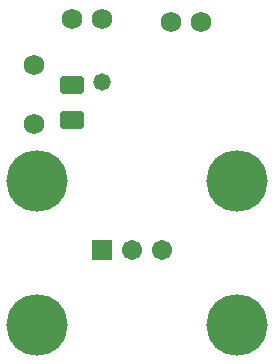
<source format=gts>
G04 Layer_Color=8388736*
%FSLAX44Y44*%
%MOMM*%
G71*
G01*
G75*
G04:AMPARAMS|DCode=22|XSize=2.0032mm|YSize=1.5032mm|CornerRadius=0.2641mm|HoleSize=0mm|Usage=FLASHONLY|Rotation=180.000|XOffset=0mm|YOffset=0mm|HoleType=Round|Shape=RoundedRectangle|*
%AMROUNDEDRECTD22*
21,1,2.0032,0.9750,0,0,180.0*
21,1,1.4750,1.5032,0,0,180.0*
1,1,0.5282,-0.7375,0.4875*
1,1,0.5282,0.7375,0.4875*
1,1,0.5282,0.7375,-0.4875*
1,1,0.5282,-0.7375,-0.4875*
%
%ADD22ROUNDEDRECTD22*%
%ADD23C,1.7272*%
%ADD24C,5.2032*%
%ADD25C,1.7272*%
%ADD26C,1.7032*%
%ADD27R,1.7032X1.7032*%
%ADD28C,1.4732*%
D22*
X69850Y214100D02*
D03*
Y243100D02*
D03*
D23*
X70050Y299720D02*
D03*
X95050D02*
D03*
X178870Y297180D02*
D03*
X153870D02*
D03*
D24*
X209550Y162560D02*
D03*
X40640D02*
D03*
Y40640D02*
D03*
X209550D02*
D03*
D25*
X38100Y260350D02*
D03*
Y210820D02*
D03*
D26*
X146050Y104140D02*
D03*
X120650D02*
D03*
D27*
X95250D02*
D03*
D28*
Y246380D02*
D03*
M02*

</source>
